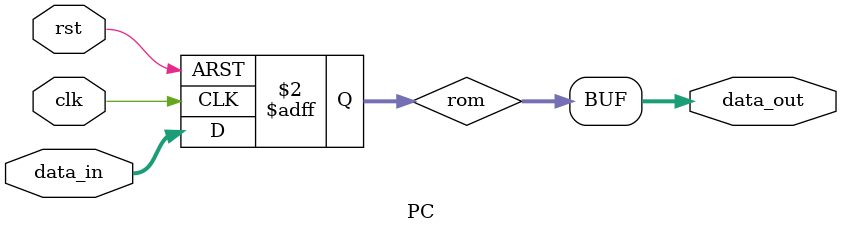
<source format=v>
module PC (
    input clk, //Clock signal. Input when posedge.
    input rst,      // HI to reset.
    input [31:0] data_in, //Data to input.
    output [31:0] data_out //Data to output.
);
    reg [31:0]rom;
    assign data_out =  rom ;
    always @(negedge clk or posedge rst)
        if (rst)
            rom <= 32'h0040_0000;
        else
            rom <= data_in;
endmodule

</source>
